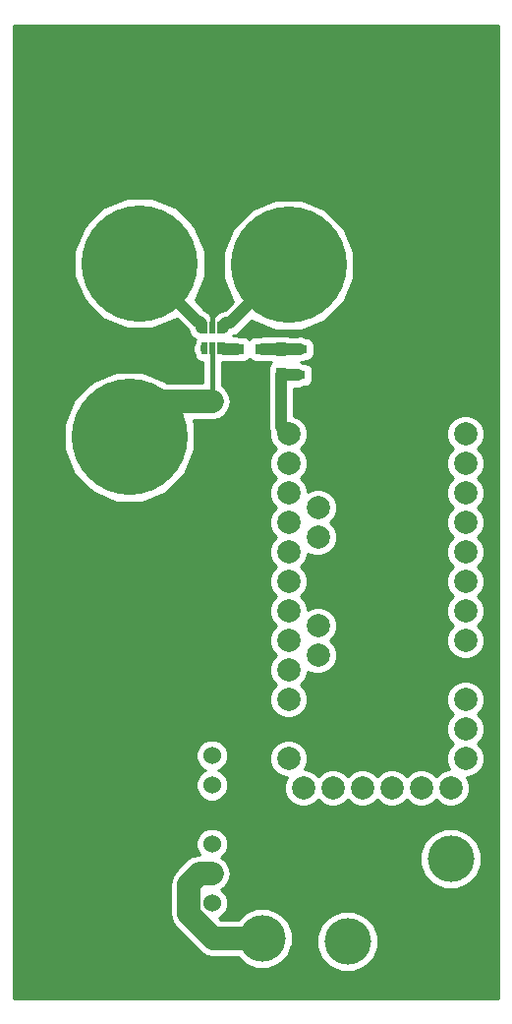
<source format=gbr>
G04 #@! TF.FileFunction,Copper,L1,Top,Signal*
%FSLAX46Y46*%
G04 Gerber Fmt 4.6, Leading zero omitted, Abs format (unit mm)*
G04 Created by KiCad (PCBNEW 4.0.7) date 06/11/18 11:57:10*
%MOMM*%
%LPD*%
G01*
G04 APERTURE LIST*
%ADD10C,0.100000*%
%ADD11C,10.000000*%
%ADD12R,1.200000X0.750000*%
%ADD13R,1.200000X0.900000*%
%ADD14R,0.900000X1.200000*%
%ADD15C,1.524000*%
%ADD16C,4.000500*%
%ADD17C,2.000000*%
%ADD18R,0.470000X1.000000*%
%ADD19C,0.600000*%
%ADD20C,1.000000*%
%ADD21C,0.250000*%
%ADD22C,0.400000*%
%ADD23C,2.000000*%
%ADD24C,0.254000*%
G04 APERTURE END LIST*
D10*
D11*
X138684000Y-80962500D03*
X125857000Y-80835500D03*
D12*
X139512000Y-90424000D03*
X141412000Y-90424000D03*
D13*
X136418500Y-88201500D03*
X134218500Y-88201500D03*
D12*
X139639000Y-88201500D03*
X141539000Y-88201500D03*
D14*
X138049000Y-90444500D03*
X138049000Y-88244500D03*
D15*
X132080000Y-92710000D03*
X132080000Y-95250000D03*
X132080000Y-97790000D03*
X132080000Y-123190000D03*
X132080000Y-125730000D03*
X132080000Y-128270000D03*
X132080000Y-130810000D03*
X132080000Y-133350000D03*
X132080000Y-135890000D03*
D11*
X138684000Y-68072000D03*
X125222000Y-67818000D03*
X124968000Y-95758000D03*
X124968000Y-107950000D03*
D16*
X152654000Y-132080000D03*
X152400000Y-139192000D03*
X136398000Y-138938000D03*
X136398000Y-133413500D03*
X143764000Y-139192000D03*
D17*
X153924000Y-123444000D03*
X153924000Y-120904000D03*
X153924000Y-118364000D03*
X153924000Y-115824000D03*
X153924000Y-113284000D03*
X153924000Y-110744000D03*
X153924000Y-108204000D03*
X153924000Y-105664000D03*
X153924000Y-103124000D03*
X153924000Y-100584000D03*
X153924000Y-98044000D03*
X153924000Y-95504000D03*
X138684000Y-95504000D03*
X138684000Y-98044000D03*
X138684000Y-100584000D03*
X138684000Y-103124000D03*
X138684000Y-105664000D03*
X138684000Y-108204000D03*
X138684000Y-110744000D03*
X138684000Y-113284000D03*
X138684000Y-115824000D03*
X138684000Y-118364000D03*
X138684000Y-120904000D03*
X138684000Y-123444000D03*
X139954000Y-125984000D03*
X142494000Y-125984000D03*
X145034000Y-125984000D03*
X147574000Y-125984000D03*
X150114000Y-125984000D03*
X152654000Y-125984000D03*
X141224000Y-101854000D03*
X141224000Y-104394000D03*
X141224000Y-112014000D03*
X141224000Y-114554000D03*
D18*
X132760000Y-86360000D03*
X132110000Y-86360000D03*
X131460000Y-86360000D03*
X132110000Y-88160000D03*
X131460000Y-88160000D03*
X132760000Y-88160000D03*
D19*
X131374998Y-88160000D03*
D20*
X138684000Y-80962500D02*
X133684001Y-85962499D01*
X133684001Y-85962499D02*
X133303001Y-85962499D01*
X133303001Y-85962499D02*
X133045001Y-86220499D01*
X133045001Y-86220499D02*
X133045001Y-86360000D01*
X125857000Y-80835500D02*
X130856999Y-85835499D01*
X130856999Y-85835499D02*
X130983999Y-85835499D01*
X130983999Y-85835499D02*
X131174999Y-86026499D01*
X131174999Y-86026499D02*
X131174999Y-86360000D01*
X138049000Y-90444500D02*
X138049000Y-94869000D01*
X138049000Y-94869000D02*
X138684000Y-95504000D01*
X138049000Y-90444500D02*
X139491500Y-90444500D01*
X139491500Y-90444500D02*
X139512000Y-90424000D01*
D21*
X138430000Y-95250000D02*
X138684000Y-95504000D01*
D22*
X132397500Y-84518500D02*
X132778500Y-84137500D01*
X132397500Y-85172500D02*
X132397500Y-84518500D01*
X132110000Y-86360000D02*
X132110000Y-85460000D01*
X132110000Y-85460000D02*
X132397500Y-85172500D01*
D20*
X138049000Y-88244500D02*
X139596000Y-88244500D01*
X139596000Y-88244500D02*
X139639000Y-88201500D01*
X136418500Y-88201500D02*
X138006000Y-88201500D01*
X138006000Y-88201500D02*
X138049000Y-88244500D01*
X134218500Y-88201500D02*
X133096000Y-88201500D01*
X133096000Y-88201500D02*
X133054500Y-88160000D01*
X133054500Y-88160000D02*
X133045001Y-88160000D01*
D23*
X132080000Y-92710000D02*
X128016000Y-92710000D01*
X128016000Y-92710000D02*
X124968000Y-95758000D01*
D22*
X132110000Y-88160000D02*
X132110000Y-92680000D01*
X132110000Y-92680000D02*
X132080000Y-92710000D01*
D21*
X131460000Y-88160000D02*
X131374998Y-88160000D01*
D23*
X132080000Y-133350000D02*
X131002370Y-133350000D01*
X131002370Y-133350000D02*
X130117999Y-134234371D01*
X130117999Y-134234371D02*
X130117999Y-136831761D01*
X130117999Y-136831761D02*
X132224238Y-138938000D01*
X132224238Y-138938000D02*
X133569220Y-138938000D01*
X133569220Y-138938000D02*
X136398000Y-138938000D01*
D24*
G36*
X156770000Y-144070000D02*
X115010000Y-144070000D01*
X115010000Y-134234371D01*
X128482998Y-134234371D01*
X128482999Y-134234376D01*
X128482999Y-136831756D01*
X128482998Y-136831761D01*
X128607456Y-137457449D01*
X128961879Y-137987881D01*
X131068116Y-140094117D01*
X131068118Y-140094120D01*
X131333335Y-140271332D01*
X131598550Y-140448543D01*
X132224238Y-140573001D01*
X132224243Y-140573000D01*
X134306591Y-140573000D01*
X134903302Y-141170754D01*
X135871517Y-141572792D01*
X136919884Y-141573707D01*
X137888799Y-141173359D01*
X138630754Y-140432698D01*
X138929231Y-139713884D01*
X141128293Y-139713884D01*
X141528641Y-140682799D01*
X142269302Y-141424754D01*
X143237517Y-141826792D01*
X144285884Y-141827707D01*
X145254799Y-141427359D01*
X145996754Y-140686698D01*
X146398792Y-139718483D01*
X146399707Y-138670116D01*
X145999359Y-137701201D01*
X145258698Y-136959246D01*
X144290483Y-136557208D01*
X143242116Y-136556293D01*
X142273201Y-136956641D01*
X141531246Y-137697302D01*
X141129208Y-138665517D01*
X141128293Y-139713884D01*
X138929231Y-139713884D01*
X139032792Y-139464483D01*
X139033707Y-138416116D01*
X138633359Y-137447201D01*
X137892698Y-136705246D01*
X136924483Y-136303208D01*
X135876116Y-136302293D01*
X134907201Y-136702641D01*
X134305793Y-137303000D01*
X132901477Y-137303000D01*
X132731033Y-137132555D01*
X132870303Y-137075010D01*
X133263629Y-136682370D01*
X133476757Y-136169100D01*
X133477242Y-135613339D01*
X133265010Y-135099697D01*
X132897999Y-134732045D01*
X133236120Y-134506120D01*
X133590543Y-133975687D01*
X133715000Y-133350000D01*
X133590543Y-132724313D01*
X133508739Y-132601884D01*
X150018293Y-132601884D01*
X150418641Y-133570799D01*
X151159302Y-134312754D01*
X152127517Y-134714792D01*
X153175884Y-134715707D01*
X154144799Y-134315359D01*
X154886754Y-133574698D01*
X155288792Y-132606483D01*
X155289707Y-131558116D01*
X154889359Y-130589201D01*
X154148698Y-129847246D01*
X153180483Y-129445208D01*
X152132116Y-129444293D01*
X151163201Y-129844641D01*
X150421246Y-130585302D01*
X150019208Y-131553517D01*
X150018293Y-132601884D01*
X133508739Y-132601884D01*
X133236120Y-132193880D01*
X132897643Y-131967718D01*
X133263629Y-131602370D01*
X133476757Y-131089100D01*
X133477242Y-130533339D01*
X133265010Y-130019697D01*
X132872370Y-129626371D01*
X132359100Y-129413243D01*
X131803339Y-129412758D01*
X131289697Y-129624990D01*
X130896371Y-130017630D01*
X130683243Y-130530900D01*
X130682758Y-131086661D01*
X130894990Y-131600303D01*
X131009487Y-131715000D01*
X131002370Y-131715000D01*
X130376683Y-131839457D01*
X129846250Y-132193880D01*
X129846248Y-132193883D01*
X128961879Y-133078251D01*
X128607456Y-133608683D01*
X128482998Y-134234371D01*
X115010000Y-134234371D01*
X115010000Y-123466661D01*
X130682758Y-123466661D01*
X130894990Y-123980303D01*
X131287630Y-124373629D01*
X131495512Y-124459949D01*
X131289697Y-124544990D01*
X130896371Y-124937630D01*
X130683243Y-125450900D01*
X130682758Y-126006661D01*
X130894990Y-126520303D01*
X131287630Y-126913629D01*
X131800900Y-127126757D01*
X132356661Y-127127242D01*
X132870303Y-126915010D01*
X133263629Y-126522370D01*
X133476757Y-126009100D01*
X133477242Y-125453339D01*
X133265010Y-124939697D01*
X132872370Y-124546371D01*
X132664488Y-124460051D01*
X132870303Y-124375010D01*
X133263629Y-123982370D01*
X133352728Y-123767795D01*
X137048716Y-123767795D01*
X137297106Y-124368943D01*
X137756637Y-124829278D01*
X138357352Y-125078716D01*
X138559481Y-125078893D01*
X138319284Y-125657352D01*
X138318716Y-126307795D01*
X138567106Y-126908943D01*
X139026637Y-127369278D01*
X139627352Y-127618716D01*
X140277795Y-127619284D01*
X140878943Y-127370894D01*
X141224199Y-127026241D01*
X141566637Y-127369278D01*
X142167352Y-127618716D01*
X142817795Y-127619284D01*
X143418943Y-127370894D01*
X143764199Y-127026241D01*
X144106637Y-127369278D01*
X144707352Y-127618716D01*
X145357795Y-127619284D01*
X145958943Y-127370894D01*
X146304199Y-127026241D01*
X146646637Y-127369278D01*
X147247352Y-127618716D01*
X147897795Y-127619284D01*
X148498943Y-127370894D01*
X148844199Y-127026241D01*
X149186637Y-127369278D01*
X149787352Y-127618716D01*
X150437795Y-127619284D01*
X151038943Y-127370894D01*
X151384199Y-127026241D01*
X151726637Y-127369278D01*
X152327352Y-127618716D01*
X152977795Y-127619284D01*
X153578943Y-127370894D01*
X154039278Y-126911363D01*
X154288716Y-126310648D01*
X154289284Y-125660205D01*
X154049180Y-125079111D01*
X154247795Y-125079284D01*
X154848943Y-124830894D01*
X155309278Y-124371363D01*
X155558716Y-123770648D01*
X155559284Y-123120205D01*
X155310894Y-122519057D01*
X154966241Y-122173801D01*
X155309278Y-121831363D01*
X155558716Y-121230648D01*
X155559284Y-120580205D01*
X155310894Y-119979057D01*
X154966241Y-119633801D01*
X155309278Y-119291363D01*
X155558716Y-118690648D01*
X155559284Y-118040205D01*
X155310894Y-117439057D01*
X154851363Y-116978722D01*
X154250648Y-116729284D01*
X153600205Y-116728716D01*
X152999057Y-116977106D01*
X152538722Y-117436637D01*
X152289284Y-118037352D01*
X152288716Y-118687795D01*
X152537106Y-119288943D01*
X152881759Y-119634199D01*
X152538722Y-119976637D01*
X152289284Y-120577352D01*
X152288716Y-121227795D01*
X152537106Y-121828943D01*
X152881759Y-122174199D01*
X152538722Y-122516637D01*
X152289284Y-123117352D01*
X152288716Y-123767795D01*
X152528820Y-124348889D01*
X152330205Y-124348716D01*
X151729057Y-124597106D01*
X151383801Y-124941759D01*
X151041363Y-124598722D01*
X150440648Y-124349284D01*
X149790205Y-124348716D01*
X149189057Y-124597106D01*
X148843801Y-124941759D01*
X148501363Y-124598722D01*
X147900648Y-124349284D01*
X147250205Y-124348716D01*
X146649057Y-124597106D01*
X146303801Y-124941759D01*
X145961363Y-124598722D01*
X145360648Y-124349284D01*
X144710205Y-124348716D01*
X144109057Y-124597106D01*
X143763801Y-124941759D01*
X143421363Y-124598722D01*
X142820648Y-124349284D01*
X142170205Y-124348716D01*
X141569057Y-124597106D01*
X141223801Y-124941759D01*
X140881363Y-124598722D01*
X140280648Y-124349284D01*
X140078519Y-124349107D01*
X140318716Y-123770648D01*
X140319284Y-123120205D01*
X140070894Y-122519057D01*
X139611363Y-122058722D01*
X139010648Y-121809284D01*
X138360205Y-121808716D01*
X137759057Y-122057106D01*
X137298722Y-122516637D01*
X137049284Y-123117352D01*
X137048716Y-123767795D01*
X133352728Y-123767795D01*
X133476757Y-123469100D01*
X133477242Y-122913339D01*
X133265010Y-122399697D01*
X132872370Y-122006371D01*
X132359100Y-121793243D01*
X131803339Y-121792758D01*
X131289697Y-122004990D01*
X130896371Y-122397630D01*
X130683243Y-122910900D01*
X130682758Y-123466661D01*
X115010000Y-123466661D01*
X115010000Y-96873953D01*
X119332024Y-96873953D01*
X120188094Y-98945801D01*
X121771861Y-100532335D01*
X123842212Y-101392020D01*
X126083953Y-101393976D01*
X128155801Y-100537906D01*
X129742335Y-98954139D01*
X130602020Y-96883788D01*
X130603976Y-94642047D01*
X130481239Y-94345000D01*
X132080000Y-94345000D01*
X132705687Y-94220543D01*
X133236120Y-93866120D01*
X133590543Y-93335687D01*
X133715000Y-92710000D01*
X133590543Y-92084313D01*
X133236120Y-91553880D01*
X132945000Y-91359360D01*
X132945000Y-89307440D01*
X132949906Y-89307440D01*
X133096000Y-89336500D01*
X134218500Y-89336500D01*
X134407326Y-89298940D01*
X134818500Y-89298940D01*
X135053817Y-89254662D01*
X135269941Y-89115590D01*
X135317634Y-89045789D01*
X135354410Y-89102941D01*
X135566610Y-89247931D01*
X135818500Y-89298940D01*
X136229674Y-89298940D01*
X136418500Y-89336500D01*
X137194270Y-89336500D01*
X137204711Y-89343634D01*
X137147559Y-89380410D01*
X137002569Y-89592610D01*
X136951560Y-89844500D01*
X136951560Y-90255674D01*
X136914000Y-90444500D01*
X136914000Y-94869000D01*
X137000397Y-95303346D01*
X137049110Y-95376251D01*
X137048716Y-95827795D01*
X137297106Y-96428943D01*
X137641759Y-96774199D01*
X137298722Y-97116637D01*
X137049284Y-97717352D01*
X137048716Y-98367795D01*
X137297106Y-98968943D01*
X137641759Y-99314199D01*
X137298722Y-99656637D01*
X137049284Y-100257352D01*
X137048716Y-100907795D01*
X137297106Y-101508943D01*
X137641759Y-101854199D01*
X137298722Y-102196637D01*
X137049284Y-102797352D01*
X137048716Y-103447795D01*
X137297106Y-104048943D01*
X137641759Y-104394199D01*
X137298722Y-104736637D01*
X137049284Y-105337352D01*
X137048716Y-105987795D01*
X137297106Y-106588943D01*
X137641759Y-106934199D01*
X137298722Y-107276637D01*
X137049284Y-107877352D01*
X137048716Y-108527795D01*
X137297106Y-109128943D01*
X137641759Y-109474199D01*
X137298722Y-109816637D01*
X137049284Y-110417352D01*
X137048716Y-111067795D01*
X137297106Y-111668943D01*
X137641759Y-112014199D01*
X137298722Y-112356637D01*
X137049284Y-112957352D01*
X137048716Y-113607795D01*
X137297106Y-114208943D01*
X137641759Y-114554199D01*
X137298722Y-114896637D01*
X137049284Y-115497352D01*
X137048716Y-116147795D01*
X137297106Y-116748943D01*
X137641759Y-117094199D01*
X137298722Y-117436637D01*
X137049284Y-118037352D01*
X137048716Y-118687795D01*
X137297106Y-119288943D01*
X137756637Y-119749278D01*
X138357352Y-119998716D01*
X139007795Y-119999284D01*
X139608943Y-119750894D01*
X140069278Y-119291363D01*
X140318716Y-118690648D01*
X140319284Y-118040205D01*
X140070894Y-117439057D01*
X139726241Y-117093801D01*
X140069278Y-116751363D01*
X140318716Y-116150648D01*
X140318893Y-115948519D01*
X140897352Y-116188716D01*
X141547795Y-116189284D01*
X142148943Y-115940894D01*
X142609278Y-115481363D01*
X142858716Y-114880648D01*
X142859284Y-114230205D01*
X142610894Y-113629057D01*
X142266241Y-113283801D01*
X142609278Y-112941363D01*
X142858716Y-112340648D01*
X142859284Y-111690205D01*
X142610894Y-111089057D01*
X142151363Y-110628722D01*
X141550648Y-110379284D01*
X140900205Y-110378716D01*
X140319111Y-110618820D01*
X140319284Y-110420205D01*
X140070894Y-109819057D01*
X139726241Y-109473801D01*
X140069278Y-109131363D01*
X140318716Y-108530648D01*
X140319284Y-107880205D01*
X140070894Y-107279057D01*
X139726241Y-106933801D01*
X140069278Y-106591363D01*
X140318716Y-105990648D01*
X140318893Y-105788519D01*
X140897352Y-106028716D01*
X141547795Y-106029284D01*
X142148943Y-105780894D01*
X142609278Y-105321363D01*
X142858716Y-104720648D01*
X142859284Y-104070205D01*
X142610894Y-103469057D01*
X142266241Y-103123801D01*
X142609278Y-102781363D01*
X142858716Y-102180648D01*
X142859284Y-101530205D01*
X142610894Y-100929057D01*
X142151363Y-100468722D01*
X141550648Y-100219284D01*
X140900205Y-100218716D01*
X140319111Y-100458820D01*
X140319284Y-100260205D01*
X140070894Y-99659057D01*
X139726241Y-99313801D01*
X140069278Y-98971363D01*
X140318716Y-98370648D01*
X140319284Y-97720205D01*
X140070894Y-97119057D01*
X139726241Y-96773801D01*
X140069278Y-96431363D01*
X140318716Y-95830648D01*
X140318718Y-95827795D01*
X152288716Y-95827795D01*
X152537106Y-96428943D01*
X152881759Y-96774199D01*
X152538722Y-97116637D01*
X152289284Y-97717352D01*
X152288716Y-98367795D01*
X152537106Y-98968943D01*
X152881759Y-99314199D01*
X152538722Y-99656637D01*
X152289284Y-100257352D01*
X152288716Y-100907795D01*
X152537106Y-101508943D01*
X152881759Y-101854199D01*
X152538722Y-102196637D01*
X152289284Y-102797352D01*
X152288716Y-103447795D01*
X152537106Y-104048943D01*
X152881759Y-104394199D01*
X152538722Y-104736637D01*
X152289284Y-105337352D01*
X152288716Y-105987795D01*
X152537106Y-106588943D01*
X152881759Y-106934199D01*
X152538722Y-107276637D01*
X152289284Y-107877352D01*
X152288716Y-108527795D01*
X152537106Y-109128943D01*
X152881759Y-109474199D01*
X152538722Y-109816637D01*
X152289284Y-110417352D01*
X152288716Y-111067795D01*
X152537106Y-111668943D01*
X152881759Y-112014199D01*
X152538722Y-112356637D01*
X152289284Y-112957352D01*
X152288716Y-113607795D01*
X152537106Y-114208943D01*
X152996637Y-114669278D01*
X153597352Y-114918716D01*
X154247795Y-114919284D01*
X154848943Y-114670894D01*
X155309278Y-114211363D01*
X155558716Y-113610648D01*
X155559284Y-112960205D01*
X155310894Y-112359057D01*
X154966241Y-112013801D01*
X155309278Y-111671363D01*
X155558716Y-111070648D01*
X155559284Y-110420205D01*
X155310894Y-109819057D01*
X154966241Y-109473801D01*
X155309278Y-109131363D01*
X155558716Y-108530648D01*
X155559284Y-107880205D01*
X155310894Y-107279057D01*
X154966241Y-106933801D01*
X155309278Y-106591363D01*
X155558716Y-105990648D01*
X155559284Y-105340205D01*
X155310894Y-104739057D01*
X154966241Y-104393801D01*
X155309278Y-104051363D01*
X155558716Y-103450648D01*
X155559284Y-102800205D01*
X155310894Y-102199057D01*
X154966241Y-101853801D01*
X155309278Y-101511363D01*
X155558716Y-100910648D01*
X155559284Y-100260205D01*
X155310894Y-99659057D01*
X154966241Y-99313801D01*
X155309278Y-98971363D01*
X155558716Y-98370648D01*
X155559284Y-97720205D01*
X155310894Y-97119057D01*
X154966241Y-96773801D01*
X155309278Y-96431363D01*
X155558716Y-95830648D01*
X155559284Y-95180205D01*
X155310894Y-94579057D01*
X154851363Y-94118722D01*
X154250648Y-93869284D01*
X153600205Y-93868716D01*
X152999057Y-94117106D01*
X152538722Y-94576637D01*
X152289284Y-95177352D01*
X152288716Y-95827795D01*
X140318718Y-95827795D01*
X140319284Y-95180205D01*
X140070894Y-94579057D01*
X139611363Y-94118722D01*
X139184000Y-93941266D01*
X139184000Y-91579500D01*
X139491500Y-91579500D01*
X139925846Y-91493103D01*
X139995682Y-91446440D01*
X140112000Y-91446440D01*
X140347317Y-91402162D01*
X140563441Y-91263090D01*
X140708431Y-91050890D01*
X140759440Y-90799000D01*
X140759440Y-90049000D01*
X140715162Y-89813683D01*
X140576090Y-89597559D01*
X140363890Y-89452569D01*
X140112000Y-89401560D01*
X139985501Y-89401560D01*
X139946345Y-89375397D01*
X139781485Y-89342605D01*
X140030346Y-89293103D01*
X140133856Y-89223940D01*
X140239000Y-89223940D01*
X140474317Y-89179662D01*
X140690441Y-89040590D01*
X140835431Y-88828390D01*
X140886440Y-88576500D01*
X140886440Y-87826500D01*
X140842162Y-87591183D01*
X140703090Y-87375059D01*
X140490890Y-87230069D01*
X140239000Y-87179060D01*
X140112501Y-87179060D01*
X140073345Y-87152897D01*
X139639000Y-87066500D01*
X139422825Y-87109500D01*
X138840797Y-87109500D01*
X138750890Y-87048069D01*
X138499000Y-86997060D01*
X137599000Y-86997060D01*
X137363683Y-87041338D01*
X137324580Y-87066500D01*
X136418500Y-87066500D01*
X136229674Y-87104060D01*
X135818500Y-87104060D01*
X135583183Y-87148338D01*
X135367059Y-87287410D01*
X135319366Y-87357211D01*
X135282590Y-87300059D01*
X135070390Y-87155069D01*
X134818500Y-87104060D01*
X134407326Y-87104060D01*
X134218500Y-87066500D01*
X133911756Y-87066500D01*
X133922779Y-87050003D01*
X134118347Y-87011102D01*
X134486567Y-86765065D01*
X135506894Y-85744738D01*
X137558212Y-86596520D01*
X139799953Y-86598476D01*
X141871801Y-85742406D01*
X143458335Y-84158639D01*
X144318020Y-82088288D01*
X144319976Y-79846547D01*
X143463906Y-77774699D01*
X141880139Y-76188165D01*
X139809788Y-75328480D01*
X137568047Y-75326524D01*
X135496199Y-76182594D01*
X133909665Y-77766361D01*
X133049980Y-79836712D01*
X133048024Y-82078453D01*
X133900285Y-84141083D01*
X133191737Y-84849631D01*
X132868655Y-84913896D01*
X132500435Y-85159933D01*
X132429917Y-85230451D01*
X132289683Y-85256838D01*
X132108073Y-85373701D01*
X132052067Y-85335434D01*
X131977565Y-85223933D01*
X131786565Y-85032933D01*
X131704196Y-84977896D01*
X131418345Y-84786896D01*
X131412332Y-84785700D01*
X130639238Y-84012606D01*
X131491020Y-81961288D01*
X131492976Y-79719547D01*
X130636906Y-77647699D01*
X129053139Y-76061165D01*
X126982788Y-75201480D01*
X124741047Y-75199524D01*
X122669199Y-76055594D01*
X121082665Y-77639361D01*
X120222980Y-79709712D01*
X120221024Y-81951453D01*
X121077094Y-84023301D01*
X122660861Y-85609835D01*
X124731212Y-86469520D01*
X126972953Y-86471476D01*
X129035583Y-85619215D01*
X130054433Y-86638065D01*
X130101575Y-86669565D01*
X130126396Y-86794346D01*
X130372433Y-87162566D01*
X130663470Y-87357031D01*
X130628569Y-87408110D01*
X130583928Y-87628553D01*
X130582806Y-87629673D01*
X130440160Y-87973201D01*
X130439836Y-88345167D01*
X130581881Y-88688943D01*
X130583267Y-88690332D01*
X130621838Y-88895317D01*
X130760910Y-89111441D01*
X130973110Y-89256431D01*
X131225000Y-89307440D01*
X131275000Y-89307440D01*
X131275000Y-91075000D01*
X128255315Y-91075000D01*
X128164139Y-90983665D01*
X126093788Y-90123980D01*
X123852047Y-90122024D01*
X121780199Y-90978094D01*
X120193665Y-92561861D01*
X119333980Y-94632212D01*
X119332024Y-96873953D01*
X115010000Y-96873953D01*
X115010000Y-60400000D01*
X156770000Y-60400000D01*
X156770000Y-144070000D01*
X156770000Y-144070000D01*
G37*
X156770000Y-144070000D02*
X115010000Y-144070000D01*
X115010000Y-134234371D01*
X128482998Y-134234371D01*
X128482999Y-134234376D01*
X128482999Y-136831756D01*
X128482998Y-136831761D01*
X128607456Y-137457449D01*
X128961879Y-137987881D01*
X131068116Y-140094117D01*
X131068118Y-140094120D01*
X131333335Y-140271332D01*
X131598550Y-140448543D01*
X132224238Y-140573001D01*
X132224243Y-140573000D01*
X134306591Y-140573000D01*
X134903302Y-141170754D01*
X135871517Y-141572792D01*
X136919884Y-141573707D01*
X137888799Y-141173359D01*
X138630754Y-140432698D01*
X138929231Y-139713884D01*
X141128293Y-139713884D01*
X141528641Y-140682799D01*
X142269302Y-141424754D01*
X143237517Y-141826792D01*
X144285884Y-141827707D01*
X145254799Y-141427359D01*
X145996754Y-140686698D01*
X146398792Y-139718483D01*
X146399707Y-138670116D01*
X145999359Y-137701201D01*
X145258698Y-136959246D01*
X144290483Y-136557208D01*
X143242116Y-136556293D01*
X142273201Y-136956641D01*
X141531246Y-137697302D01*
X141129208Y-138665517D01*
X141128293Y-139713884D01*
X138929231Y-139713884D01*
X139032792Y-139464483D01*
X139033707Y-138416116D01*
X138633359Y-137447201D01*
X137892698Y-136705246D01*
X136924483Y-136303208D01*
X135876116Y-136302293D01*
X134907201Y-136702641D01*
X134305793Y-137303000D01*
X132901477Y-137303000D01*
X132731033Y-137132555D01*
X132870303Y-137075010D01*
X133263629Y-136682370D01*
X133476757Y-136169100D01*
X133477242Y-135613339D01*
X133265010Y-135099697D01*
X132897999Y-134732045D01*
X133236120Y-134506120D01*
X133590543Y-133975687D01*
X133715000Y-133350000D01*
X133590543Y-132724313D01*
X133508739Y-132601884D01*
X150018293Y-132601884D01*
X150418641Y-133570799D01*
X151159302Y-134312754D01*
X152127517Y-134714792D01*
X153175884Y-134715707D01*
X154144799Y-134315359D01*
X154886754Y-133574698D01*
X155288792Y-132606483D01*
X155289707Y-131558116D01*
X154889359Y-130589201D01*
X154148698Y-129847246D01*
X153180483Y-129445208D01*
X152132116Y-129444293D01*
X151163201Y-129844641D01*
X150421246Y-130585302D01*
X150019208Y-131553517D01*
X150018293Y-132601884D01*
X133508739Y-132601884D01*
X133236120Y-132193880D01*
X132897643Y-131967718D01*
X133263629Y-131602370D01*
X133476757Y-131089100D01*
X133477242Y-130533339D01*
X133265010Y-130019697D01*
X132872370Y-129626371D01*
X132359100Y-129413243D01*
X131803339Y-129412758D01*
X131289697Y-129624990D01*
X130896371Y-130017630D01*
X130683243Y-130530900D01*
X130682758Y-131086661D01*
X130894990Y-131600303D01*
X131009487Y-131715000D01*
X131002370Y-131715000D01*
X130376683Y-131839457D01*
X129846250Y-132193880D01*
X129846248Y-132193883D01*
X128961879Y-133078251D01*
X128607456Y-133608683D01*
X128482998Y-134234371D01*
X115010000Y-134234371D01*
X115010000Y-123466661D01*
X130682758Y-123466661D01*
X130894990Y-123980303D01*
X131287630Y-124373629D01*
X131495512Y-124459949D01*
X131289697Y-124544990D01*
X130896371Y-124937630D01*
X130683243Y-125450900D01*
X130682758Y-126006661D01*
X130894990Y-126520303D01*
X131287630Y-126913629D01*
X131800900Y-127126757D01*
X132356661Y-127127242D01*
X132870303Y-126915010D01*
X133263629Y-126522370D01*
X133476757Y-126009100D01*
X133477242Y-125453339D01*
X133265010Y-124939697D01*
X132872370Y-124546371D01*
X132664488Y-124460051D01*
X132870303Y-124375010D01*
X133263629Y-123982370D01*
X133352728Y-123767795D01*
X137048716Y-123767795D01*
X137297106Y-124368943D01*
X137756637Y-124829278D01*
X138357352Y-125078716D01*
X138559481Y-125078893D01*
X138319284Y-125657352D01*
X138318716Y-126307795D01*
X138567106Y-126908943D01*
X139026637Y-127369278D01*
X139627352Y-127618716D01*
X140277795Y-127619284D01*
X140878943Y-127370894D01*
X141224199Y-127026241D01*
X141566637Y-127369278D01*
X142167352Y-127618716D01*
X142817795Y-127619284D01*
X143418943Y-127370894D01*
X143764199Y-127026241D01*
X144106637Y-127369278D01*
X144707352Y-127618716D01*
X145357795Y-127619284D01*
X145958943Y-127370894D01*
X146304199Y-127026241D01*
X146646637Y-127369278D01*
X147247352Y-127618716D01*
X147897795Y-127619284D01*
X148498943Y-127370894D01*
X148844199Y-127026241D01*
X149186637Y-127369278D01*
X149787352Y-127618716D01*
X150437795Y-127619284D01*
X151038943Y-127370894D01*
X151384199Y-127026241D01*
X151726637Y-127369278D01*
X152327352Y-127618716D01*
X152977795Y-127619284D01*
X153578943Y-127370894D01*
X154039278Y-126911363D01*
X154288716Y-126310648D01*
X154289284Y-125660205D01*
X154049180Y-125079111D01*
X154247795Y-125079284D01*
X154848943Y-124830894D01*
X155309278Y-124371363D01*
X155558716Y-123770648D01*
X155559284Y-123120205D01*
X155310894Y-122519057D01*
X154966241Y-122173801D01*
X155309278Y-121831363D01*
X155558716Y-121230648D01*
X155559284Y-120580205D01*
X155310894Y-119979057D01*
X154966241Y-119633801D01*
X155309278Y-119291363D01*
X155558716Y-118690648D01*
X155559284Y-118040205D01*
X155310894Y-117439057D01*
X154851363Y-116978722D01*
X154250648Y-116729284D01*
X153600205Y-116728716D01*
X152999057Y-116977106D01*
X152538722Y-117436637D01*
X152289284Y-118037352D01*
X152288716Y-118687795D01*
X152537106Y-119288943D01*
X152881759Y-119634199D01*
X152538722Y-119976637D01*
X152289284Y-120577352D01*
X152288716Y-121227795D01*
X152537106Y-121828943D01*
X152881759Y-122174199D01*
X152538722Y-122516637D01*
X152289284Y-123117352D01*
X152288716Y-123767795D01*
X152528820Y-124348889D01*
X152330205Y-124348716D01*
X151729057Y-124597106D01*
X151383801Y-124941759D01*
X151041363Y-124598722D01*
X150440648Y-124349284D01*
X149790205Y-124348716D01*
X149189057Y-124597106D01*
X148843801Y-124941759D01*
X148501363Y-124598722D01*
X147900648Y-124349284D01*
X147250205Y-124348716D01*
X146649057Y-124597106D01*
X146303801Y-124941759D01*
X145961363Y-124598722D01*
X145360648Y-124349284D01*
X144710205Y-124348716D01*
X144109057Y-124597106D01*
X143763801Y-124941759D01*
X143421363Y-124598722D01*
X142820648Y-124349284D01*
X142170205Y-124348716D01*
X141569057Y-124597106D01*
X141223801Y-124941759D01*
X140881363Y-124598722D01*
X140280648Y-124349284D01*
X140078519Y-124349107D01*
X140318716Y-123770648D01*
X140319284Y-123120205D01*
X140070894Y-122519057D01*
X139611363Y-122058722D01*
X139010648Y-121809284D01*
X138360205Y-121808716D01*
X137759057Y-122057106D01*
X137298722Y-122516637D01*
X137049284Y-123117352D01*
X137048716Y-123767795D01*
X133352728Y-123767795D01*
X133476757Y-123469100D01*
X133477242Y-122913339D01*
X133265010Y-122399697D01*
X132872370Y-122006371D01*
X132359100Y-121793243D01*
X131803339Y-121792758D01*
X131289697Y-122004990D01*
X130896371Y-122397630D01*
X130683243Y-122910900D01*
X130682758Y-123466661D01*
X115010000Y-123466661D01*
X115010000Y-96873953D01*
X119332024Y-96873953D01*
X120188094Y-98945801D01*
X121771861Y-100532335D01*
X123842212Y-101392020D01*
X126083953Y-101393976D01*
X128155801Y-100537906D01*
X129742335Y-98954139D01*
X130602020Y-96883788D01*
X130603976Y-94642047D01*
X130481239Y-94345000D01*
X132080000Y-94345000D01*
X132705687Y-94220543D01*
X133236120Y-93866120D01*
X133590543Y-93335687D01*
X133715000Y-92710000D01*
X133590543Y-92084313D01*
X133236120Y-91553880D01*
X132945000Y-91359360D01*
X132945000Y-89307440D01*
X132949906Y-89307440D01*
X133096000Y-89336500D01*
X134218500Y-89336500D01*
X134407326Y-89298940D01*
X134818500Y-89298940D01*
X135053817Y-89254662D01*
X135269941Y-89115590D01*
X135317634Y-89045789D01*
X135354410Y-89102941D01*
X135566610Y-89247931D01*
X135818500Y-89298940D01*
X136229674Y-89298940D01*
X136418500Y-89336500D01*
X137194270Y-89336500D01*
X137204711Y-89343634D01*
X137147559Y-89380410D01*
X137002569Y-89592610D01*
X136951560Y-89844500D01*
X136951560Y-90255674D01*
X136914000Y-90444500D01*
X136914000Y-94869000D01*
X137000397Y-95303346D01*
X137049110Y-95376251D01*
X137048716Y-95827795D01*
X137297106Y-96428943D01*
X137641759Y-96774199D01*
X137298722Y-97116637D01*
X137049284Y-97717352D01*
X137048716Y-98367795D01*
X137297106Y-98968943D01*
X137641759Y-99314199D01*
X137298722Y-99656637D01*
X137049284Y-100257352D01*
X137048716Y-100907795D01*
X137297106Y-101508943D01*
X137641759Y-101854199D01*
X137298722Y-102196637D01*
X137049284Y-102797352D01*
X137048716Y-103447795D01*
X137297106Y-104048943D01*
X137641759Y-104394199D01*
X137298722Y-104736637D01*
X137049284Y-105337352D01*
X137048716Y-105987795D01*
X137297106Y-106588943D01*
X137641759Y-106934199D01*
X137298722Y-107276637D01*
X137049284Y-107877352D01*
X137048716Y-108527795D01*
X137297106Y-109128943D01*
X137641759Y-109474199D01*
X137298722Y-109816637D01*
X137049284Y-110417352D01*
X137048716Y-111067795D01*
X137297106Y-111668943D01*
X137641759Y-112014199D01*
X137298722Y-112356637D01*
X137049284Y-112957352D01*
X137048716Y-113607795D01*
X137297106Y-114208943D01*
X137641759Y-114554199D01*
X137298722Y-114896637D01*
X137049284Y-115497352D01*
X137048716Y-116147795D01*
X137297106Y-116748943D01*
X137641759Y-117094199D01*
X137298722Y-117436637D01*
X137049284Y-118037352D01*
X137048716Y-118687795D01*
X137297106Y-119288943D01*
X137756637Y-119749278D01*
X138357352Y-119998716D01*
X139007795Y-119999284D01*
X139608943Y-119750894D01*
X140069278Y-119291363D01*
X140318716Y-118690648D01*
X140319284Y-118040205D01*
X140070894Y-117439057D01*
X139726241Y-117093801D01*
X140069278Y-116751363D01*
X140318716Y-116150648D01*
X140318893Y-115948519D01*
X140897352Y-116188716D01*
X141547795Y-116189284D01*
X142148943Y-115940894D01*
X142609278Y-115481363D01*
X142858716Y-114880648D01*
X142859284Y-114230205D01*
X142610894Y-113629057D01*
X142266241Y-113283801D01*
X142609278Y-112941363D01*
X142858716Y-112340648D01*
X142859284Y-111690205D01*
X142610894Y-111089057D01*
X142151363Y-110628722D01*
X141550648Y-110379284D01*
X140900205Y-110378716D01*
X140319111Y-110618820D01*
X140319284Y-110420205D01*
X140070894Y-109819057D01*
X139726241Y-109473801D01*
X140069278Y-109131363D01*
X140318716Y-108530648D01*
X140319284Y-107880205D01*
X140070894Y-107279057D01*
X139726241Y-106933801D01*
X140069278Y-106591363D01*
X140318716Y-105990648D01*
X140318893Y-105788519D01*
X140897352Y-106028716D01*
X141547795Y-106029284D01*
X142148943Y-105780894D01*
X142609278Y-105321363D01*
X142858716Y-104720648D01*
X142859284Y-104070205D01*
X142610894Y-103469057D01*
X142266241Y-103123801D01*
X142609278Y-102781363D01*
X142858716Y-102180648D01*
X142859284Y-101530205D01*
X142610894Y-100929057D01*
X142151363Y-100468722D01*
X141550648Y-100219284D01*
X140900205Y-100218716D01*
X140319111Y-100458820D01*
X140319284Y-100260205D01*
X140070894Y-99659057D01*
X139726241Y-99313801D01*
X140069278Y-98971363D01*
X140318716Y-98370648D01*
X140319284Y-97720205D01*
X140070894Y-97119057D01*
X139726241Y-96773801D01*
X140069278Y-96431363D01*
X140318716Y-95830648D01*
X140318718Y-95827795D01*
X152288716Y-95827795D01*
X152537106Y-96428943D01*
X152881759Y-96774199D01*
X152538722Y-97116637D01*
X152289284Y-97717352D01*
X152288716Y-98367795D01*
X152537106Y-98968943D01*
X152881759Y-99314199D01*
X152538722Y-99656637D01*
X152289284Y-100257352D01*
X152288716Y-100907795D01*
X152537106Y-101508943D01*
X152881759Y-101854199D01*
X152538722Y-102196637D01*
X152289284Y-102797352D01*
X152288716Y-103447795D01*
X152537106Y-104048943D01*
X152881759Y-104394199D01*
X152538722Y-104736637D01*
X152289284Y-105337352D01*
X152288716Y-105987795D01*
X152537106Y-106588943D01*
X152881759Y-106934199D01*
X152538722Y-107276637D01*
X152289284Y-107877352D01*
X152288716Y-108527795D01*
X152537106Y-109128943D01*
X152881759Y-109474199D01*
X152538722Y-109816637D01*
X152289284Y-110417352D01*
X152288716Y-111067795D01*
X152537106Y-111668943D01*
X152881759Y-112014199D01*
X152538722Y-112356637D01*
X152289284Y-112957352D01*
X152288716Y-113607795D01*
X152537106Y-114208943D01*
X152996637Y-114669278D01*
X153597352Y-114918716D01*
X154247795Y-114919284D01*
X154848943Y-114670894D01*
X155309278Y-114211363D01*
X155558716Y-113610648D01*
X155559284Y-112960205D01*
X155310894Y-112359057D01*
X154966241Y-112013801D01*
X155309278Y-111671363D01*
X155558716Y-111070648D01*
X155559284Y-110420205D01*
X155310894Y-109819057D01*
X154966241Y-109473801D01*
X155309278Y-109131363D01*
X155558716Y-108530648D01*
X155559284Y-107880205D01*
X155310894Y-107279057D01*
X154966241Y-106933801D01*
X155309278Y-106591363D01*
X155558716Y-105990648D01*
X155559284Y-105340205D01*
X155310894Y-104739057D01*
X154966241Y-104393801D01*
X155309278Y-104051363D01*
X155558716Y-103450648D01*
X155559284Y-102800205D01*
X155310894Y-102199057D01*
X154966241Y-101853801D01*
X155309278Y-101511363D01*
X155558716Y-100910648D01*
X155559284Y-100260205D01*
X155310894Y-99659057D01*
X154966241Y-99313801D01*
X155309278Y-98971363D01*
X155558716Y-98370648D01*
X155559284Y-97720205D01*
X155310894Y-97119057D01*
X154966241Y-96773801D01*
X155309278Y-96431363D01*
X155558716Y-95830648D01*
X155559284Y-95180205D01*
X155310894Y-94579057D01*
X154851363Y-94118722D01*
X154250648Y-93869284D01*
X153600205Y-93868716D01*
X152999057Y-94117106D01*
X152538722Y-94576637D01*
X152289284Y-95177352D01*
X152288716Y-95827795D01*
X140318718Y-95827795D01*
X140319284Y-95180205D01*
X140070894Y-94579057D01*
X139611363Y-94118722D01*
X139184000Y-93941266D01*
X139184000Y-91579500D01*
X139491500Y-91579500D01*
X139925846Y-91493103D01*
X139995682Y-91446440D01*
X140112000Y-91446440D01*
X140347317Y-91402162D01*
X140563441Y-91263090D01*
X140708431Y-91050890D01*
X140759440Y-90799000D01*
X140759440Y-90049000D01*
X140715162Y-89813683D01*
X140576090Y-89597559D01*
X140363890Y-89452569D01*
X140112000Y-89401560D01*
X139985501Y-89401560D01*
X139946345Y-89375397D01*
X139781485Y-89342605D01*
X140030346Y-89293103D01*
X140133856Y-89223940D01*
X140239000Y-89223940D01*
X140474317Y-89179662D01*
X140690441Y-89040590D01*
X140835431Y-88828390D01*
X140886440Y-88576500D01*
X140886440Y-87826500D01*
X140842162Y-87591183D01*
X140703090Y-87375059D01*
X140490890Y-87230069D01*
X140239000Y-87179060D01*
X140112501Y-87179060D01*
X140073345Y-87152897D01*
X139639000Y-87066500D01*
X139422825Y-87109500D01*
X138840797Y-87109500D01*
X138750890Y-87048069D01*
X138499000Y-86997060D01*
X137599000Y-86997060D01*
X137363683Y-87041338D01*
X137324580Y-87066500D01*
X136418500Y-87066500D01*
X136229674Y-87104060D01*
X135818500Y-87104060D01*
X135583183Y-87148338D01*
X135367059Y-87287410D01*
X135319366Y-87357211D01*
X135282590Y-87300059D01*
X135070390Y-87155069D01*
X134818500Y-87104060D01*
X134407326Y-87104060D01*
X134218500Y-87066500D01*
X133911756Y-87066500D01*
X133922779Y-87050003D01*
X134118347Y-87011102D01*
X134486567Y-86765065D01*
X135506894Y-85744738D01*
X137558212Y-86596520D01*
X139799953Y-86598476D01*
X141871801Y-85742406D01*
X143458335Y-84158639D01*
X144318020Y-82088288D01*
X144319976Y-79846547D01*
X143463906Y-77774699D01*
X141880139Y-76188165D01*
X139809788Y-75328480D01*
X137568047Y-75326524D01*
X135496199Y-76182594D01*
X133909665Y-77766361D01*
X133049980Y-79836712D01*
X133048024Y-82078453D01*
X133900285Y-84141083D01*
X133191737Y-84849631D01*
X132868655Y-84913896D01*
X132500435Y-85159933D01*
X132429917Y-85230451D01*
X132289683Y-85256838D01*
X132108073Y-85373701D01*
X132052067Y-85335434D01*
X131977565Y-85223933D01*
X131786565Y-85032933D01*
X131704196Y-84977896D01*
X131418345Y-84786896D01*
X131412332Y-84785700D01*
X130639238Y-84012606D01*
X131491020Y-81961288D01*
X131492976Y-79719547D01*
X130636906Y-77647699D01*
X129053139Y-76061165D01*
X126982788Y-75201480D01*
X124741047Y-75199524D01*
X122669199Y-76055594D01*
X121082665Y-77639361D01*
X120222980Y-79709712D01*
X120221024Y-81951453D01*
X121077094Y-84023301D01*
X122660861Y-85609835D01*
X124731212Y-86469520D01*
X126972953Y-86471476D01*
X129035583Y-85619215D01*
X130054433Y-86638065D01*
X130101575Y-86669565D01*
X130126396Y-86794346D01*
X130372433Y-87162566D01*
X130663470Y-87357031D01*
X130628569Y-87408110D01*
X130583928Y-87628553D01*
X130582806Y-87629673D01*
X130440160Y-87973201D01*
X130439836Y-88345167D01*
X130581881Y-88688943D01*
X130583267Y-88690332D01*
X130621838Y-88895317D01*
X130760910Y-89111441D01*
X130973110Y-89256431D01*
X131225000Y-89307440D01*
X131275000Y-89307440D01*
X131275000Y-91075000D01*
X128255315Y-91075000D01*
X128164139Y-90983665D01*
X126093788Y-90123980D01*
X123852047Y-90122024D01*
X121780199Y-90978094D01*
X120193665Y-92561861D01*
X119333980Y-94632212D01*
X119332024Y-96873953D01*
X115010000Y-96873953D01*
X115010000Y-60400000D01*
X156770000Y-60400000D01*
X156770000Y-144070000D01*
M02*

</source>
